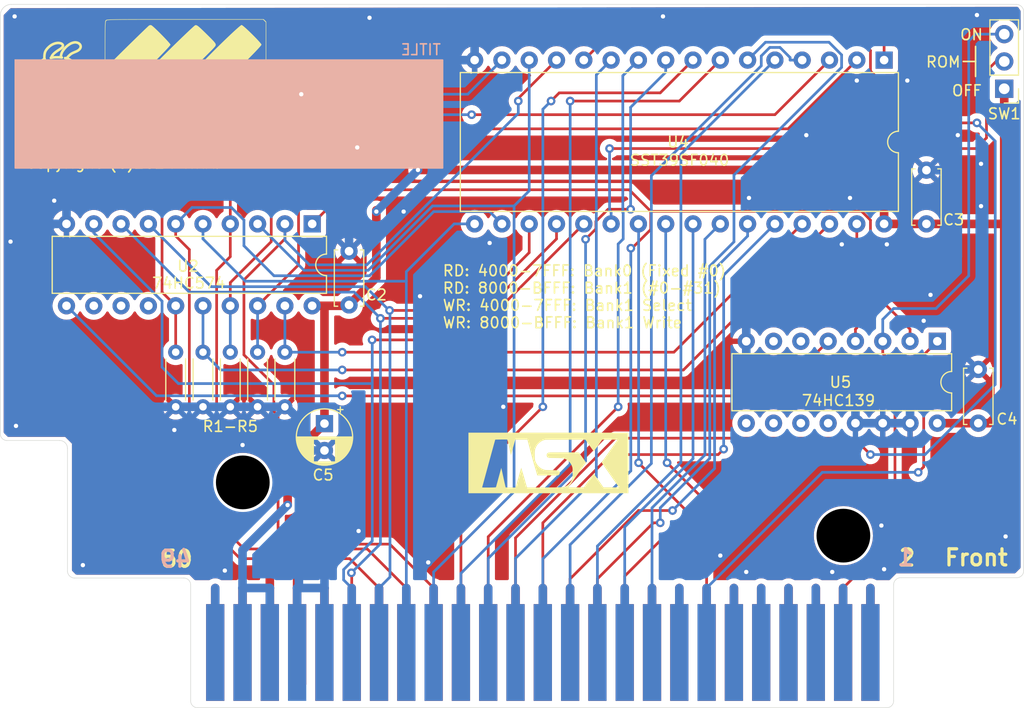
<source format=kicad_pcb>
(kicad_pcb (version 20221018) (generator pcbnew)
  (layers (0 "F.Cu" signal) (31 "B.Cu" signal) (34 "B.Paste" user) (35 "F.Paste" user) (36 "B.SilkS" user "B.Silkscreen") (37 "F.SilkS" user "F.Silkscreen") (38 "B.Mask" user) (39 "F.Mask" user) (44 "Edge.Cuts" user))
  (net 0 "")
  (net 1 "+5V")
  (net 2 "GND")
  (net 6 "Net-(U2-Q0)")
  (net 7 "Net-(U2-Q1)")
  (net 8 "Net-(U2-Q2)")
  (net 9 "Net-(U2-Q3)")
  (net 10 "Net-(U2-Q4)")
  (net 11 "Net-(U4-{slash}CE)")
  (net 12 "{slash}SLTSL")
  (net 23 "{slash}WR")
  (net 24 "{slash}RD")
  (net 26 "A9")
  (net 28 "A11")
  (net 29 "A10")
  (net 30 "A7")
  (net 31 "A6")
  (net 32 "A12")
  (net 33 "A8")
  (net 34 "A14")
  (net 35 "A13")
  (net 36 "A1")
  (net 37 "A0")
  (net 38 "A3")
  (net 39 "A2")
  (net 40 "A5")
  (net 41 "A4")
  (net 42 "D1")
  (net 43 "D0")
  (net 44 "D3")
  (net 45 "D2")
  (net 46 "D5")
  (net 47 "D4")
  (net 48 "D7")
  (net 49 "D6")
  (net 51 "Net-(U1-SW1)")
  (net 55 "Net-(U2-Cp)")
  (net 56 "Net-(U4-{slash}WE)")
  (footprint "Capacitor_THT:C_Disc_D5.0mm_W2.5mm_P5.00mm" (layer "F.Cu") (at 140.932 88.989 90)
    (fp_text reference "C4")
    (fp_text value "C")
  )
  (footprint "Package_DIP:DIP-32_W15.24mm" (layer "F.Cu") (at 132.169 55.207 -90)
    (fp_text reference "U4")
    (fp_text value "SST39SF040")
  )
  (footprint "0-My_Parts:usa_10x7" (layer "F.Cu") (at 55.771089 56.380229)
    (fp_text reference "G***" hide)
    (fp_text value "LOGO" hide)
  )
  (footprint "0-My_Parts:MSX Cartridge_1" (layer "F.Cu") (at 69.96 105.875)
    (fp_text reference "U1" hide)
    (fp_text value "~" hide)
    (fp_line (start -20.02 -54.83) (end -20.025745 -15.9) (stroke (width 0.05)) (layer "Edge.Cuts"))
    (fp_line (start -19.431 -15.275023) (end -14.5 -15.275023) (stroke (width 0.05)) (layer "Edge.Cuts"))
    (fp_line (start -19 -55.85) (end 74.5 -55.85) (stroke (width 0.05)) (layer "Edge.Cuts"))
    (fp_line (start -13.774987 -3.116013) (end -13.774987 -14.546013) (stroke (width 0.05)) (layer "Edge.Cuts"))
    (fp_line (start -2.9464 -2.4774) (end -13.1064 -2.4774) (stroke (width 0.05)) (layer "Edge.Cuts"))
    (fp_line (start -2.3114 8.9526) (end -2.3114 -1.8424) (stroke (width 0.05)) (layer "Edge.Cuts"))
    (fp_line (start 62.4586 9.5876) (end -1.6764 9.5876) (stroke (width 0.05)) (layer "Edge.Cuts"))
    (fp_line (start 63.093601 -1.8424) (end 63.0936 8.9526) (stroke (width 0.05)) (layer "Edge.Cuts"))
    (fp_line (start 74.549135 -2.506431) (end 63.754135 -2.50643) (stroke (width 0.05)) (layer "Edge.Cuts"))
    (fp_line (start 75.2 -55.15) (end 75.19357 -3.15) (stroke (width 0.05)) (layer "Edge.Cuts"))
    (fp_arc (start -20.02 -54.83) (mid -19.721249 -55.551249) (end -19 -55.85) (stroke (width 0.05)) (layer "Edge.Cuts"))
    (fp_arc (start -19.431 -15.275023) (mid -19.853296 -15.468631) (end -20.025745 -15.9) (stroke (width 0.05)) (layer "Edge.Cuts"))
    (fp_arc (start -14.5 -15.275023) (mid -13.985924 -15.061257) (end -13.774988 -14.546013) (stroke (width 0.05)) (layer "Edge.Cuts"))
    (fp_arc (start -13.106431 -2.474189) (mid -13.568046 -2.66246) (end -13.774987 -3.116013) (stroke (width 0.05)) (layer "Edge.Cuts"))
    (fp_arc (start -2.9464 -2.4774) (mid -2.497387 -2.291413) (end -2.3114 -1.8424) (stroke (width 0.05)) (layer "Edge.Cuts"))
    (fp_arc (start -1.6764 9.5876) (mid -2.125413 9.401613) (end -2.3114 8.9526) (stroke (width 0.05)) (layer "Edge.Cuts"))
    (fp_arc (start 63.0936 8.9526) (mid 62.907613 9.401613) (end 62.4586 9.5876) (stroke (width 0.05)) (layer "Edge.Cuts"))
    (fp_arc (start 63.093601 -1.8424) (mid 63.284601 -2.312949) (end 63.754135 -2.50643) (stroke (width 0.05)) (layer "Edge.Cuts"))
    (fp_arc (start 74.5 -55.85) (mid 74.994975 -55.644975) (end 75.2 -55.15) (stroke (width 0.05)) (layer "Edge.Cuts"))
    (fp_arc (start 75.19357 -3.15) (mid 75.004767 -2.694622) (end 74.549135 -2.506431) (stroke (width 0.05)) (layer "Edge.Cuts"))
  )
  (footprint "Capacitor_THT:C_Disc_D5.0mm_W2.5mm_P5.00mm" (layer "F.Cu") (at 82.385 77.987 90)
    (fp_text reference "C2")
    (fp_text value "C")
  )
  (footprint "Package_DIP:DIP-16_W7.62mm" (layer "F.Cu") (at 137.122 81.369 -90)
    (fp_text reference "U5")
    (fp_text value "74HCT139")
  )
  (footprint "Capacitor_THT:CP_Radial_D5.0mm_P2.50mm" (layer "F.Cu") (at 80.099 89.029 -90)
    (fp_text reference "C5")
    (fp_text value "C_Polarized")
  )
  (footprint "Resistor_THT:R_Axial_DIN0204_L3.6mm_D1.6mm_P5.08mm_Horizontal" (layer "F.Cu") (at 76.416 87.465 90)
    (fp_text reference "R1" hide)
    (fp_text value "R")
  )
  (footprint "Resistor_THT:R_Axial_DIN0204_L3.6mm_D1.6mm_P5.08mm_Horizontal" (layer "F.Cu") (at 68.796 87.465 90)
    (fp_text reference "R4" hide)
    (fp_text value "R")
  )
  (footprint "Resistor_THT:R_Axial_DIN0204_L3.6mm_D1.6mm_P5.08mm_Horizontal" (layer "F.Cu") (at 71.336 87.465 90)
    (fp_text reference "R3" hide)
    (fp_text value "R")
  )
  (footprint "0-My_Parts:megarom_nega" (layer "F.Cu") (at 67.145 55.461)
    (fp_text reference "G***" hide)
    (fp_text value "LOGO" hide)
  )
  (footprint "Resistor_THT:R_Axial_DIN0204_L3.6mm_D1.6mm_P5.08mm_Horizontal" (layer "F.Cu") (at 73.876 87.465 90)
    (fp_text reference "R2" hide)
    (fp_text value "R")
  )
  (footprint "Capacitor_THT:C_Disc_D5.0mm_W2.5mm_P5.00mm" (layer "F.Cu") (at 136.106 70.447 90)
    (fp_text reference "C3")
    (fp_text value "C")
  )
  (footprint "Resistor_THT:R_Axial_DIN0204_L3.6mm_D1.6mm_P5.08mm_Horizontal" (layer "F.Cu") (at 66.256 87.465 90)
    (fp_text reference "R5" hide)
    (fp_text value "R")
  )
  (footprint "0-My_Parts:msx_logo_15x5p8" (layer "F.Cu") (at 100.927 92.672)
    (fp_text reference "G***" hide)
    (fp_text value "LOGO" hide)
  )
  (footprint "Connector_PinHeader_2.54mm:PinHeader_1x03_P2.54mm_Vertical" (layer "F.Cu") (at 143.345 57.874 180)
    (fp_text reference "SW1")
    (fp_text value "~")
  )
  (footprint "Package_DIP:DIP-20_W7.62mm" (layer "F.Cu") (at 78.956 70.447 -90)
    (fp_text reference "U2")
    (fp_text value "74HCT574")
  )
  (gr_rect (start 51.3335 55.207) (end 91.0845 65.24) (stroke (width 0.15)) (fill solid) (layer "B.SilkS"))
  (gr_line (start 140.678 55.334) (end 140.678 53.937) (stroke (width 0.15)) (layer "F.SilkS"))
  (gr_line (start 140.678 55.334) (end 139.535 55.334) (stroke (width 0.15)) (layer "F.SilkS"))
  (gr_line (start 140.678 56.731) (end 140.678 55.334) (stroke (width 0.15)) (layer "F.SilkS"))
  (gr_text "TITLE" (at 91.021 54.826) (layer "B.SilkS") (effects (font (size 1 1)) (justify left bottom mirror)))
  (gr_text "OFF" (at 138.392 58.636) (layer "F.SilkS") (effects (font (size 1 1)) (justify left bottom)))
  (gr_text "74HC574" (at 63.97 76.543) (layer "F.SilkS") (effects (font (size 1 1)) (justify left bottom)))
  (gr_text "RD: 4000-7FFF: Bank0 (Fixed #0)\nRD: 8000-BFFF: Bank1 (#0-#31)\nWR: 4000-7FFF: Bank1 Select\nWR: 8000-BFFF: Bank1 Write" (at 91.021 80.226) (layer "F.SilkS") (effects (font (size 1 1)) (justify left bottom)))
  (gr_text "ROM" (at 135.979 55.969) (layer "F.SilkS") (effects (font (size 1 1)) (justify left bottom)))
  (gr_text "R1-R5" (at 68.669 89.878) (layer "F.SilkS") (effects (font (size 1 1)) (justify left bottom)))
  (gr_text "4Mbit Mapper like ASC16" (at 57.747 61.176) (layer "F.SilkS") (effects (font (size 1 1)) (justify left bottom)))
  (gr_text "74HC139" (at 124.422 87.465) (layer "F.SilkS") (effects (font (size 1 1)) (justify left bottom)))
  (gr_text "Copyright (C)2024 HRA!" (at 52.159 65.367) (layer "F.SilkS") (effects (font (size 1 1)) (justify left bottom)))
  (gr_text "ON" (at 139.154 53.429) (layer "F.SilkS") (effects (font (size 1 1)) (justify left bottom)))
  (gr_text "Simple MegaROM Cartridge v1.0" (at 52.159 63.589) (layer "F.SilkS") (effects (font (size 1 1)) (justify left bottom)))
  (gr_text "SST39SF040" (at 108.42 65.113) (layer "F.SilkS") (effects (font (size 1 1)) (justify left bottom)))
  (segment (start 82.385 78.067) (end 79.972 78.067) (width 0.8) (layer "F.Cu") (net 1))
  (segment (start 80.099 78.194) (end 79.972 78.067) (width 0.8) (layer "F.Cu") (net 1))
  (segment (start 132.169 67.653) (end 129.946505 65.430505) (width 0.8) (layer "F.Cu") (net 1))
  (segment (start 132.169 70.447) (end 132.169 67.653) (width 0.8) (layer "F.Cu") (net 1))
  (segment (start 141.948 88.989) (end 143.345 87.592) (width 0.8) (layer "F.Cu") (net 1))
  (segment (start 143.345 87.592) (end 143.345 70.447) (width 0.8) (layer "F.Cu") (net 1))
  (segment (start 140.932 88.989) (end 141.948 88.989) (width 0.8) (layer "F.Cu") (net 1))
  (segment (start 82.385 77.987) (end 84.925 75.447) (width 0.8) (layer "F.Cu") (net 1))
  (segment (start 79.972 78.067) (end 78.956 78.067) (width 0.8) (layer "F.Cu") (net 1))
  (segment (start 76.669992 92.458008) (end 76.669992 96.609008) (width 0.8) (layer "F.Cu") (net 1))
  (segment (start 137.122 88.989) (end 140.932 88.989) (width 0.8) (layer "F.Cu") (net 1))
  (segment (start 143.345 70.447) (end 143.345 57.874) (width 0.8) (layer "F.Cu") (net 1))
  (segment (start 129.946505 65.430505) (end 88.798495 65.430505) (width 0.8) (layer "F.Cu") (net 1))
  (segment (start 80.099 89.029) (end 80.099 78.194) (width 0.8) (layer "F.Cu") (net 1))
  (segment (start 136.106 70.447) (end 132.169 70.447) (width 0.8) (layer "F.Cu") (net 1))
  (segment (start 84.925 75.447) (end 84.925 69.304) (width 0.8) (layer "F.Cu") (net 1))
  (segment (start 84.925 69.304) (end 84.925 69.177) (width 0.8) (layer "F.Cu") (net 1))
  (segment (start 143.345 70.447) (end 136.106 70.447) (width 0.8) (layer "F.Cu") (net 1))
  (segment (start 80.099 89.029) (end 76.669992 92.458008) (width 0.8) (layer "F.Cu") (net 1))
  (via (at 84.925 69.304) (size 0.8) (drill 0.4) (layers "F.Cu" "B.Cu") (net 1))
  (via (at 88.798495 65.430505) (size 0.8) (drill 0.4) (layers "F.Cu" "B.Cu") (net 1))
  (via (at 76.669992 96.609008) (size 0.8) (drill 0.4) (layers "F.Cu" "B.Cu") (net 1))
  (segment (start 72.4746 104.3256) (end 72.4746 100.8044) (width 0.8) (layer "B.Cu") (net 1))
  (segment (start 75.0146 104.326) (end 75.0142 104.326) (width 0.8) (layer "B.Cu") (net 1))
  (segment (start 84.925 69.304) (end 88.798495 65.430505) (width 0.8) (layer "B.Cu") (net 1))
  (segment (start 75.0142 104.326) (end 72.4746 104.326) (width 0.8) (layer "B.Cu") (net 1))
  (segment (start 72.4746 100.8044) (end 76.669992 96.609008) (width 0.8) (layer "B.Cu") (net 1))
  (segment (start 75.0142 104.326) (end 75.0146 104.3256) (width 0.25) (layer "B.Cu") (net 1))
  (segment (start 72.4746 104.326) (end 72.4746 104.3256) (width 0.8) (layer "B.Cu") (net 1))
  (via (at 88.989 77.178) (size 0.8) (drill 0.4) (layers "F.Cu" "B.Cu") (net 2))
  (via (at 119.596 68.034) (size 0.8) (drill 0.4) (layers "F.Cu" "B.Cu") (net 2))
  (via (at 128.232 72.352) (size 0.8) (drill 0.4) (layers "F.Cu" "B.Cu") (net 2))
  (via (at 127.343 102.832) (size 0.8) (drill 0.4) (layers "F.Cu" "B.Cu") (net 2))
  (via (at 70.828 102.705) (size 0.8) (drill 0.4) (layers "F.Cu" "B.Cu") (net 2))
  (via (at 66.129 89.624) (size 0.8) (drill 0.4) (layers "F.Cu" "B.Cu") (net 2))
  (via (at 89.751 101.943) (size 0.8) (drill 0.4) (layers "F.Cu" "B.Cu") (net 2))
  (via (at 135.852 79.464) (size 0.8) (drill 0.4) (layers "F.Cu" "B.Cu") (net 2))
  (via (at 50.889 72.098) (size 0.8) (drill 0.4) (layers "F.Cu" "B.Cu") (net 2))
  (via (at 132.169 102.578) (size 0.8) (drill 0.4) (layers "F.Cu" "B.Cu") (net 2))
  (via (at 131.915 98.514) (size 0.8) (drill 0.4) (layers "F.Cu" "B.Cu") (net 2))
  (via (at 141.186 68.796) (size 0.8) (drill 0.4) (layers "F.Cu" "B.Cu") (net 2))
  (via (at 83.274 99.022) (size 0.8) (drill 0.4) (layers "F.Cu" "B.Cu") (net 2))
  (via (at 84.29 51.27) (size 0.8) (drill 0.4) (layers "F.Cu" "B.Cu") (net 2))
  (via (at 140.805 51.016) (size 0.8) (drill 0.4) (layers "F.Cu" "B.Cu") (net 2))
  (via (at 128.994 68.034) (size 0.8) (drill 0.4) (layers "F.Cu" "B.Cu") (net 2))
  (via (at 141.186 64.859) (size 0.8) (drill 0.4) (layers "F.Cu" "B.Cu") (net 2))
  (via (at 111.595 51.143) (size 0.8) (drill 0.4) (layers "F.Cu" "B.Cu") (net 2))
  (via (at 51.27 51.143) (size 0.8) (drill 0.4) (layers "F.Cu" "B.Cu") (net 2))
  (via (at 57.62 102.197) (size 0.8) (drill 0.4) (layers "F.Cu" "B.Cu") (net 2))
  (via (at 116.929 101.308) (size 0.8) (drill 0.4) (layers "F.Cu" "B.Cu") (net 2))
  (via (at 51.397 89.243) (size 0.8) (drill 0.4) (layers "F.Cu" "B.Cu") (net 2))
  (via (at 54.953 68.288) (size 0.8) (drill 0.4) (layers "F.Cu" "B.Cu") (net 2))
  (via (at 72.479 91.021) (size 0.8) (drill 0.4) (layers "F.Cu" "B.Cu") (net 2))
  (via (at 95.466 72.225) (size 0.8) (drill 0.4) (layers "F.Cu" "B.Cu") (net 2))
  (via (at 134.328 57.112) (size 0.8) (drill 0.4) (layers "F.Cu" "B.Cu") (net 2))
  (via (at 129.629 57.112) (size 0.8) (drill 0.4) (layers "F.Cu" "B.Cu") (net 2))
  (via (at 132.423 72.352) (size 0.8) (drill 0.4) (layers "F.Cu" "B.Cu") (net 2))
  (via (at 143.472 99.53) (size 0.8) (drill 0.4) (layers "F.Cu" "B.Cu") (net 2))
  (via (at 119.342 102.832) (size 0.8) (drill 0.4) (layers "F.Cu" "B.Cu") (net 2))
  (via (at 87.465 69.304) (size 0.8) (drill 0.4) (layers "F.Cu" "B.Cu") (net 2))
  (via (at 136.487 77.051) (size 0.8) (drill 0.4) (layers "F.Cu" "B.Cu") (net 2))
  (via (at 139.027 62.192) (size 0.8) (drill 0.4) (layers "F.Cu" "B.Cu") (net 2))
  (via (at 124.93 62.192) (size 0.8) (drill 0.4) (layers "F.Cu" "B.Cu") (net 2))
  (via (at 96.736 87.465) (size 0.8) (drill 0.4) (layers "F.Cu" "B.Cu") (net 2))
  (segment (start 77.5768 104.3035) (end 77.5767 104.3035) (width 0.25) (layer "B.Cu") (net 2))
  (segment (start 77.720001 102.959) (end 77.720001 91.650001) (width 0.8) (layer "B.Cu") (net 2))
  (segment (start 66.256 87.465) (end 54.191 87.465) (width 0.8) (layer "B.Cu") (net 2))
  (segment (start 132.042 88.989) (end 134.582 88.989) (width 0.8) (layer "B.Cu") (net 2))
  (segment (start 80.0942 104.326) (end 77.5546 104.326) (width 0.8) (layer "B.Cu") (net 2))
  (segment (start 80.0946 104.326) (end 80.0942 104.326) (width 0.8) (layer "B.Cu") (net 2))
  (segment (start 95.974 51.524) (end 111.214 51.524) (width 0.8) (layer "B.Cu") (net 2))
  (segment (start 134.582 88.989) (end 134.582 87.084) (width 0.8) (layer "B.Cu") (net 2))
  (segment (start 77.5546 104.326) (end 77.5768 104.3035) (width 0.8) (layer "B.Cu") (net 2))
  (segment (start 76.543 87.465) (end 73.876 87.465) (width 0.8) (layer "B.Cu") (net 2))
  (segment (start 119.342 83.782) (end 121.247 85.687) (width 0.8) (layer "B.Cu") (net 2))
  (segment (start 119.342 81.369) (end 119.342 83.782) (width 0.8) (layer "B.Cu") (net 2))
  (segment (start 139.027 73.495) (end 136.233 76.289) (width 0.8) (layer "B.Cu") (net 2))
  (segment (start 136.233 76.289) (end 121.882 76.289) (width 0.8) (layer "B.Cu") (net 2))
  (segment (start 56.096 70.447) (end 56.096 63.208) (width 0.8) (layer "B.Cu") (net 2))
  (segment (start 52.413 72.86) (end 54.826 70.447) (width 0.8) (layer "B.Cu") (net 2))
  (segment (start 73.876 87.465) (end 71.336 87.465) (width 0.8) (layer "B.Cu") (net 2))
  (segment (start 80.099 104.3212) (end 80.099 102.959) (width 0.8) (layer "B.Cu") (net 2))
  (segment (start 111.214 51.524) (end 111.595 51.143) (width 0.8) (layer "B.Cu") (net 2))
  (segment (start 121.882 76.289) (end 119.342 78.829) (width 0.8) (layer "B.Cu") (net 2))
  (segment (start 68.796 87.465) (end 66.256 87.465) (width 0.8) (layer "B.Cu") (net 2))
  (segment (start 77.720001 91.650001) (end 77.599 91.529) (width 0.8) (layer "B.Cu") (net 2))
  (segment (start 134.582 87.084) (end 137.677 83.989) (width 0.8) (layer "B.Cu") (net 2))
  (segment (start 139.027 67.011) (end 139.027 73.495) (width 0.8) (layer "B.Cu") (net 2))
  (segment (start 64.097 55.207) (end 94.069 55.207) (width 0.8) (layer "B.Cu") (net 2))
  (segment (start 80.0942 104.326) (end 80.0946 104.3256) (width 0.25) (layer "B.Cu") (net 2))
  (segment (start 139.027 56.096) (end 139.027 62.192) (width 0.8) (layer "B.Cu") (net 2))
  (segment (start 111.976 51.524) (end 134.455 51.524) (width 0.8) (layer "B.Cu") (net 2))
  (segment (start 137.677 83.989) (end 140.932 83.989) (width 0.8) (layer "B.Cu") (net 2))
  (segment (start 56.096 63.208) (end 64.097 55.207) (width 0.8) (layer "B.Cu") (net 2))
  (segment (start 52.413 85.687) (end 52.413 72.86) (width 0.8) (layer "B.Cu") (net 2))
  (segment (start 71.336 87.465) (end 68.796 87.465) (width 0.8) (layer "B.Cu") (net 2))
  (segment (start 94.069 53.429) (end 95.974 51.524) (width 0.8) (layer "B.Cu") (net 2))
  (segment (start 134.455 51.524) (end 139.027 56.096) (width 0.8) (layer "B.Cu") (net 2))
  (segment (start 128.105 85.687) (end 129.502 87.084) (width 0.8) (layer "B.Cu") (net 2))
  (segment (start 94.069 55.207) (end 94.069 53.429) (width 0.8) (layer "B.Cu") (net 2))
  (segment (start 121.247 85.687) (end 128.105 85.687) (width 0.8) (layer "B.Cu") (net 2))
  (segment (start 111.595 51.143) (end 111.976 51.524) (width 0.8) (layer "B.Cu") (net 2))
  (segment (start 54.191 87.465) (end 52.413 85.687) (width 0.8) (layer "B.Cu") (net 2))
  (segment (start 74.765 55.207) (end 74.765 61.684) (width 0.8) (layer "B.Cu") (net 2))
  (segment (start 139.027 65.447) (end 136.106 65.447) (width 0.8) (layer "B.Cu") (net 2))
  (segment (start 80.0942 104.326) (end 80.099 104.3212) (width 0.25) (layer "B.Cu") (net 2))
  (segment (start 82.385 69.304) (end 82.385 73.067) (width 0.8) (layer "B.Cu") (net 2))
  (segment (start 74.765 61.684) (end 82.385 69.304) (width 0.8) (layer "B.Cu") (net 2))
  (segment (start 77.599 91.529) (end 77.599 88.521) (width 0.8) (layer "B.Cu") (net 2))
  (segment (start 80.099 102.959) (end 77.720001 102.959) (width 0.8) (layer "B.Cu") (net 2))
  (segment (start 139.027 62.192) (end 139.027 67.011) (width 0.8) (layer "B.Cu") (net 2))
  (segment (start 77.5768 104.3035) (end 77.720001 104.160299) (width 0.8) (layer "B.Cu") (net 2))
  (segment (start 129.502 88.989) (end 132.042 88.989) (width 0.8) (layer "B.Cu") (net 2))
  (segment (start 77.599 88.521) (end 76.543 87.465) (width 0.8) (layer "B.Cu") (net 2))
  (segment (start 129.502 87.084) (end 129.502 88.989) (width 0.8) (layer "B.Cu") (net 2))
  (segment (start 54.826 70.447) (end 56.096 70.447) (width 0.8) (layer "B.Cu") (net 2))
  (segment (start 77.720001 104.160299) (end 77.720001 102.959) (width 0.8) (layer "B.Cu") (net 2))
  (segment (start 77.5767 104.3035) (end 77.5546 104.3256) (width 0.25) (layer "B.Cu") (net 2))
  (segment (start 77.599 91.529) (end 80.099 91.529) (width 0.8) (layer "B.Cu") (net 2))
  (segment (start 119.342 78.829) (end 119.342 81.369) (width 0.8) (layer "B.Cu") (net 2))
  (segment (start 124.549 70.447) (end 112.611 82.385) (width 0.25) (layer "F.Cu") (net 6))
  (segment (start 112.611 82.385) (end 81.75 82.385) (width 0.25) (layer "F.Cu") (net 6))
  (via (at 81.75 82.385) (size 0.8) (drill 0.4) (layers "F.Cu" "B.Cu") (net 6))
  (segment (start 76.416 78.067) (end 76.416 82.385) (width 0.25) (layer "B.Cu") (net 6))
  (segment (start 76.416 82.385) (end 81.75 82.385) (width 0.25) (layer "B.Cu") (net 6))
  (segment (start 77.686 74.257) (end 77.686 68.796) (width 0.25) (layer "F.Cu") (net 7))
  (segment (start 122.009 60.287) (end 93.7923 60.287) (width 0.25) (layer "F.Cu") (net 7))
  (segment (start 73.876 78.067) (end 77.686 74.257) (width 0.25) (layer "F.Cu") (net 7))
  (segment (start 127.089 55.207) (end 122.009 60.287) (width 0.25) (layer "F.Cu") (net 7))
  (segment (start 77.686 68.796) (end 83.147 63.335) (width 0.25) (layer "F.Cu") (net 7))
  (via (at 93.7923 60.287) (size 0.8) (drill 0.4) (layers "F.Cu" "B.Cu") (net 7))
  (via (at 83.147 63.335) (size 0.8) (drill 0.4) (layers "F.Cu" "B.Cu") (net 7))
  (segment (start 93.7923 60.287) (end 86.195 60.287) (width 0.25) (layer "B.Cu") (net 7))
  (segment (start 86.195 60.287) (end 83.147 63.335) (width 0.25) (layer "B.Cu") (net 7))
  (segment (start 73.876 78.067) (end 73.876 82.385) (width 0.25) (layer "B.Cu") (net 7))
  (segment (start 129.629 55.207) (end 123.2329 61.6031) (width 0.25) (layer "F.Cu") (net 8))
  (segment (start 71.336 75.908) (end 71.336 78.067) (width 0.25) (layer "F.Cu") (net 8))
  (segment (start 80.6879 61.6031) (end 75.146 67.145) (width 0.25) (layer "F.Cu") (net 8))
  (segment (start 123.2329 61.6031) (end 80.6879 61.6031) (width 0.25) (layer "F.Cu") (net 8))
  (segment (start 75.146 72.098) (end 71.336 75.908) (width 0.25) (layer "F.Cu") (net 8))
  (segment (start 75.146 67.145) (end 75.146 72.098) (width 0.25) (layer "F.Cu") (net 8))
  (segment (start 71.336 78.067) (end 71.336 82.385) (width 0.25) (layer "B.Cu") (net 8))
  (segment (start 113.5 84.036) (end 81.75 84.036) (width 0.25) (layer "F.Cu") (net 9))
  (segment (start 127.089 70.447) (end 113.5 84.036) (width 0.25) (layer "F.Cu") (net 9))
  (via (at 81.75 84.036) (size 0.8) (drill 0.4) (layers "F.Cu" "B.Cu") (net 9))
  (segment (start 68.796 78.067) (end 68.796 82.385) (width 0.25) (layer "B.Cu") (net 9))
  (segment (start 70.447 84.036) (end 81.75 84.036) (width 0.25) (layer "B.Cu") (net 9))
  (segment (start 68.796 82.385) (end 70.447 84.036) (width 0.25) (layer "B.Cu") (net 9))
  (segment (start 64.986 76.797) (end 64.986 67.018) (width 0.25) (layer "F.Cu") (net 10))
  (segment (start 130.391 52.032) (end 132.169 53.81) (width 0.25) (layer "F.Cu") (net 10))
  (segment (start 132.169 53.81) (end 132.169 55.207) (width 0.25) (layer "F.Cu") (net 10))
  (segment (start 79.972 52.032) (end 130.391 52.032) (width 0.25) (layer "F.Cu") (net 10))
  (segment (start 66.256 78.067) (end 66.256 82.385) (width 0.25) (layer "F.Cu") (net 10))
  (segment (start 66.256 78.067) (end 64.986 76.797) (width 0.25) (layer "F.Cu") (net 10))
  (segment (start 64.986 67.018) (end 79.972 52.032) (width 0.25) (layer "F.Cu") (net 10))
  (segment (start 141.694 62.446) (end 140.7019 63.4381) (width 0.25) (layer "F.Cu") (net 11))
  (segment (start 143.345 55.334) (end 142.583 55.334) (width 0.25) (layer "F.Cu") (net 11))
  (segment (start 140.7019 63.4381) (end 106.6252 63.4381) (width 0.25) (layer "F.Cu") (net 11))
  (segment (start 142.583 55.334) (end 141.694 56.223) (width 0.25) (layer "F.Cu") (net 11))
  (segment (start 141.694 56.223) (end 141.694 62.446) (width 0.25) (layer "F.Cu") (net 11))
  (via (at 106.6252 63.4381) (size 0.8) (drill 0.4) (layers "F.Cu" "B.Cu") (net 11))
  (segment (start 106.6252 69.1781) (end 106.769 69.3219) (width 0.25) (layer "B.Cu") (net 11))
  (segment (start 106.769 70.447) (end 106.769 69.3219) (width 0.25) (layer "B.Cu") (net 11))
  (segment (start 106.6252 63.4381) (end 106.6252 69.1781) (width 0.25) (layer "B.Cu") (net 11))
  (segment (start 133.1797 83.6318) (end 133.1797 99.5005) (width 0.25) (layer "F.Cu") (net 12))
  (segment (start 132.042 82.4941) (end 133.1797 83.6318) (width 0.25) (layer "F.Cu") (net 12))
  (segment (start 132.042 81.369) (end 132.042 82.4941) (width 0.25) (layer "F.Cu") (net 12))
  (segment (start 133.1797 99.5005) (end 128.3546 104.3256) (width 0.25) (layer "F.Cu") (net 12))
  (segment (start 136.995 78.321) (end 133.058 78.321) (width 0.25) (layer "B.Cu") (net 12))
  (segment (start 133.058 78.321) (end 132.042 79.337) (width 0.25) (layer "B.Cu") (net 12))
  (segment (start 140.043 75.273) (end 136.995 78.321) (width 0.25) (layer "B.Cu") (net 12))
  (segment (start 140.678 52.794) (end 140.043 53.429) (width 0.25) (layer "B.Cu") (net 12))
  (segment (start 132.042 79.337) (end 132.042 81.369) (width 0.25) (layer "B.Cu") (net 12))
  (segment (start 140.043 53.429) (end 140.043 75.273) (width 0.25) (layer "B.Cu") (net 12))
  (segment (start 143.345 52.794) (end 140.678 52.794) (width 0.25) (layer "B.Cu") (net 12))
  (segment (start 135.344 93.561) (end 135.852 93.053) (width 0.25) (layer "F.Cu") (net 23))
  (segment (start 135.852 93.053) (end 135.852 82.639) (width 0.25) (layer "F.Cu") (net 23))
  (segment (start 135.852 82.639) (end 137.122 81.369) (width 0.25) (layer "F.Cu") (net 23))
  (via (at 135.344 93.561) (size 0.8) (drill 0.4) (layers "F.Cu" "B.Cu") (net 23))
  (segment (start 126.4192 93.561) (end 135.344 93.561) (width 0.25) (layer "B.Cu") (net 23))
  (segment (start 126.4192 93.561) (end 115.6546 104.3256) (width 0.25) (layer "B.Cu") (net 23))
  (segment (start 115.6546 96.3506) (end 111.976 92.672) (width 0.25) (layer "F.Cu") (net 24))
  (segment (start 115.6546 104.3256) (end 115.6546 96.3506) (width 0.25) (layer "F.Cu") (net 24))
  (via (at 111.976 92.672) (size 0.8) (drill 0.4) (layers "F.Cu" "B.Cu") (net 24))
  (segment (start 111.849 70.447) (end 111.849 92.545) (width 0.25) (layer "B.Cu") (net 24))
  (segment (start 111.849 92.545) (end 111.976 92.672) (width 0.25) (layer "B.Cu") (net 24))
  (segment (start 110.5746 96.8674) (end 110.5746 104.3256) (width 0.25) (layer "B.Cu") (net 26))
  (segment (start 115.4957 91.9463) (end 110.5746 96.8674) (width 0.25) (layer "B.Cu") (net 26))
  (segment (start 116.929 70.447) (end 115.4957 71.8803) (width 0.25) (layer "B.Cu") (net 26))
  (segment (start 115.4957 71.8803) (end 115.4957 91.9463) (width 0.25) (layer "B.Cu") (net 26))
  (segment (start 114.389 92.291) (end 108.0346 98.6454) (width 0.25) (layer "B.Cu") (net 28))
  (segment (start 114.389 70.447) (end 114.389 92.291) (width 0.25) (layer "B.Cu") (net 28))
  (segment (start 108.0346 98.6454) (end 108.0346 104.3256) (width 0.25) (layer "B.Cu") (net 28))
  (segment (start 113.576501 96.939501) (end 109.3268 92.6898) (width 0.25) (layer "F.Cu") (net 29))
  (segment (start 108.0346 104.3256) (end 108.0346 103.2174) (width 0.25) (layer "F.Cu") (net 29))
  (segment (start 108.0346 103.2174) (end 113.576501 97.675499) (width 0.25) (layer "F.Cu") (net 29))
  (segment (start 113.576501 97.675499) (end 113.576501 96.939501) (width 0.25) (layer "F.Cu") (net 29))
  (segment (start 109.3268 92.6898) (end 109.3268 92.672) (width 0.25) (layer "F.Cu") (net 29))
  (via (at 109.3268 92.672) (size 0.8) (drill 0.4) (layers "F.Cu" "B.Cu") (net 29))
  (segment (start 109.309 70.447) (end 109.3268 70.4648) (width 0.25) (layer "B.Cu") (net 29))
  (segment (start 109.3268 70.4648) (end 109.3268 92.672) (width 0.25) (layer "B.Cu") (net 29))
  (segment (start 113.2637 63.9523) (end 122.009 55.207) (width 0.25) (layer "B.Cu") (net 30))
  (segment (start 113.2637 92.6543) (end 113.2637 63.9523) (width 0.25) (layer "B.Cu") (net 30))
  (segment (start 105.4946 100.4234) (end 113.2637 92.6543) (width 0.25) (layer "B.Cu") (net 30))
  (segment (start 105.4946 104.3256) (end 105.4946 100.4234) (width 0.25) (layer "B.Cu") (net 30))
  (segment (start 105.4946 103.4714) (end 110.706 98.26) (width 0.25) (layer "F.Cu") (net 31))
  (segment (start 105.4946 104.3256) (end 105.4946 103.4714) (width 0.25) (layer "F.Cu") (net 31))
  (segment (start 110.706 98.26) (end 111.341 98.26) (width 0.25) (layer "F.Cu") (net 31))
  (via (at 111.341 98.26) (size 0.8) (drill 0.4) (layers "F.Cu" "B.Cu") (net 31))
  (segment (start 127.038 53.5454) (end 128.2142 54.7216) (width 0.25) (layer "B.Cu") (net 31))
  (segment (start 111.341 96.863) (end 111.341 98.26) (width 0.25) (layer "B.Cu") (net 31))
  (segment (start 128.2142 55.8818) (end 118.199 65.897) (width 0.25) (layer "B.Cu") (net 31))
  (segment (start 121.1306 53.5454) (end 127.038 53.5454) (width 0.25) (layer "B.Cu") (net 31))
  (segment (start 115.9457 74.3719) (end 115.9457 92.2583) (width 0.25) (layer "B.Cu") (net 31))
  (segment (start 118.199 72.1186) (end 115.9457 74.3719) (width 0.25) (layer "B.Cu") (net 31))
  (segment (start 119.469 55.207) (end 121.1306 53.5454) (width 0.25) (layer "B.Cu") (net 31))
  (segment (start 128.2142 54.7216) (end 128.2142 55.8818) (width 0.25) (layer "B.Cu") (net 31))
  (segment (start 115.9457 92.2583) (end 111.341 96.863) (width 0.25) (layer "B.Cu") (net 31))
  (segment (start 118.199 65.897) (end 118.199 72.1186) (width 0.25) (layer "B.Cu") (net 31))
  (segment (start 122.4811 54.0311) (end 123.4239 54.9739) (width 0.25) (layer "B.Cu") (net 32))
  (segment (start 110.5131 65.9629) (end 120.739 55.737) (width 0.25) (layer "B.Cu") (net 32))
  (segment (start 102.9546 104.3256) (end 102.9546 100.2964) (width 0.25) (layer "B.Cu") (net 32))
  (segment (start 123.4239 54.9739) (end 123.4239 55.207) (width 0.25) (layer "B.Cu") (net 32))
  (segment (start 123.4239 55.207) (end 124.549 55.207) (width 0.25) (layer "B.Cu") (net 32))
  (segment (start 121.5312 54.0311) (end 122.4811 54.0311) (width 0.25) (layer "B.Cu") (net 32))
  (segment (start 120.739 54.8233) (end 121.5312 54.0311) (width 0.25) (layer "B.Cu") (net 32))
  (segment (start 102.9546 100.2964) (end 110.5131 92.7379) (width 0.25) (layer "B.Cu") (net 32))
  (segment (start 110.5131 92.7379) (end 110.5131 65.9629) (width 0.25) (layer "B.Cu") (net 32))
  (segment (start 120.739 55.737) (end 120.739 54.8233) (width 0.25) (layer "B.Cu") (net 32))
  (segment (start 102.9546 103.4714) (end 109.309 97.117) (width 0.25) (layer "F.Cu") (net 33))
  (segment (start 109.309 97.117) (end 112.484 97.117) (width 0.25) (layer "F.Cu") (net 33))
  (segment (start 102.9546 104.3256) (end 102.9546 103.4714) (width 0.25) (layer "F.Cu") (net 33))
  (via (at 112.484 97.117) (size 0.8) (drill 0.4) (layers "F.Cu" "B.Cu") (net 33))
  (segment (start 119.469 70.447) (end 119.469 71.57837) (width 0.25) (layer "B.Cu") (net 33))
  (segment (start 119.469 71.57837) (end 116.3957 74.65167) (width 0.25) (layer "B.Cu") (net 33))
  (segment (start 116.3957 93.2053) (end 112.484 97.117) (width 0.25) (layer "B.Cu") (net 33))
  (segment (start 116.3957 74.65167) (end 116.3957 93.2053) (width 0.25) (layer "B.Cu") (net 33))
  (segment (start 110.4554 70.9706) (end 108.7176 72.7084) (width 0.25) (layer "F.Cu") (net 34))
  (segment (start 130.0757 69.275) (end 110.4554 69.275) (width 0.25) (layer "F.Cu") (net 34))
  (segment (start 134.582 80.2439) (end 130.899 76.5609) (width 0.25) (layer "F.Cu") (net 34))
  (segment (start 108.7176 72.7084) (end 108.6017 72.7084) (width 0.25) (layer "F.Cu") (net 34))
  (segment (start 130.899 70.0983) (end 130.0757 69.275) (width 0.25) (layer "F.Cu") (net 34))
  (segment (start 82.131 67.272) (end 78.956 70.447) (width 0.25) (layer "F.Cu") (net 34))
  (segment (start 108.4524 67.272) (end 82.131 67.272) (width 0.25) (layer "F.Cu") (net 34))
  (segment (start 110.4554 69.275) (end 108.4524 67.272) (width 0.25) (layer "F.Cu") (net 34))
  (segment (start 130.899 76.5609) (end 130.899 70.0983) (width 0.25) (layer "F.Cu") (net 34))
  (segment (start 134.582 81.369) (end 134.582 80.2439) (width 0.25) (layer "F.Cu") (net 34))
  (segment (start 110.4554 69.275) (end 110.4554 70.9706) (width 0.25) (layer "F.Cu") (net 34))
  (via (at 108.6017 72.7084) (size 0.8) (drill 0.4) (layers "F.Cu" "B.Cu") (net 34))
  (segment (start 100.4146 101.613384) (end 108.6017 93.426284) (width 0.25) (layer "B.Cu") (net 34))
  (segment (start 100.4146 104.3256) (end 100.4146 101.613384) (width 0.25) (layer "B.Cu") (net 34))
  (segment (start 108.6017 93.426284) (end 108.6017 72.7084) (width 0.25) (layer "B.Cu") (net 34))
  (segment (start 106.769 91.91) (end 116.73299 91.91) (width 0.25) (layer "F.Cu") (net 35))
  (segment (start 100.4146 98.2644) (end 106.769 91.91) (width 0.25) (layer "F.Cu") (net 35))
  (segment (start 116.73299 91.91) (end 117.241 91.40199) (width 0.25) (layer "F.Cu") (net 35))
  (segment (start 100.4146 104.3256) (end 100.4146 98.2644) (width 0.25) (layer "F.Cu") (net 35))
  (via (at 117.241 91.40199) (size 0.8) (drill 0.4) (layers "F.Cu" "B.Cu") (net 35))
  (segment (start 122.009 70.447) (end 117.241001 75.214999) (width 0.25) (layer "B.Cu") (net 35))
  (segment (start 117.241001 75.214999) (end 117.241 91.40199) (width 0.25) (layer "B.Cu") (net 35))
  (segment (start 105.3928 56.5832) (end 106.769 55.207) (width 0.25) (layer "B.Cu") (net 36))
  (segment (start 97.8746 104.3256) (end 97.8746 101.5664) (width 0.25) (layer "B.Cu") (net 36))
  (segment (start 105.3928 94.0482) (end 105.3928 56.5832) (width 0.25) (layer "B.Cu") (net 36))
  (segment (start 97.8746 101.5664) (end 105.3928 94.0482) (width 0.25) (layer "B.Cu") (net 36))
  (segment (start 107.15 90.386) (end 129.375 90.386) (width 0.25) (layer "F.Cu") (net 37))
  (segment (start 130.899 54.318) (end 130.899 56.223) (width 0.25) (layer "F.Cu") (net 37))
  (segment (start 106.769 52.667) (end 129.248 52.667) (width 0.25) (layer "F.Cu") (net 37))
  (segment (start 129.375 90.386) (end 130.899 91.91) (width 0.25) (layer "F.Cu") (net 37))
  (segment (start 97.8746 104.3256) (end 97.8746 99.6614) (width 0.25) (layer "F.Cu") (net 37))
  (segment (start 135.725 61.049) (end 140.805 61.049) (width 0.25) (layer "F.Cu") (net 37))
  (segment (start 129.248 52.667) (end 130.899 54.318) (width 0.25) (layer "F.Cu") (net 37))
  (segment (start 130.899 56.223) (end 135.725 61.049) (width 0.25) (layer "F.Cu") (net 37))
  (segment (start 104.229 55.207) (end 106.769 52.667) (width 0.25) (layer "F.Cu") (net 37))
  (segment (start 97.8746 99.6614) (end 107.15 90.386) (width 0.25) (layer "F.Cu") (net 37))
  (via (at 140.805 61.049) (size 0.8) (drill 0.4) (layers "F.Cu" "B.Cu") (net 37))
  (via (at 130.899 91.91) (size 0.8) (drill 0.4) (layers "F.Cu" "B.Cu") (net 37))
  (segment (start 130.899 91.91) (end 135.979 91.91) (width 0.25) (layer "B.Cu") (net 37))
  (segment (start 142.507 62.751) (end 140.805 61.049) (width 0.25) (layer "B.Cu") (net 37))
  (segment (start 142.507 85.382) (end 142.507 62.751) (width 0.25) (layer "B.Cu") (net 37))
  (segment (start 135.979 91.91) (end 142.507 85.382) (width 0.25) (layer "B.Cu") (net 37))
  (segment (start 106.4861 69.085) (end 108.5826 69.085) (width 0.25) (layer "F.Cu") (net 38))
  (segment (start 105.3542 70.2169) (end 106.4861 69.085) (width 0.25) (layer "F.Cu") (net 38))
  (segment (start 104.3921 71.8753) (end 105.3542 70.9132) (width 0.25) (layer "F.Cu") (net 38))
  (segment (start 105.3542 70.9132) (end 105.3542 70.2169) (width 0.25) (layer "F.Cu") (net 38))
  (via (at 104.3921 71.8753) (size 0.8) (drill 0.4) (layers "F.Cu" "B.Cu") (net 38))
  (via (at 108.5826 69.085) (size 0.8) (drill 0.4) (layers "F.Cu" "B.Cu") (net 38))
  (segment (start 108.5826 69.085) (end 108.5826 59.5985) (width 0.25) (layer "B.Cu") (net 38))
  (segment (start 95.3346 101.5664) (end 95.3346 104.3256) (width 0.25) (layer "B.Cu") (net 38))
  (segment (start 104.3921 92.5089) (end 95.3346 101.5664) (width 0.25) (layer "B.Cu") (net 38))
  (segment (start 104.3921 71.8753) (end 104.3921 92.5089) (width 0.25) (layer "B.Cu") (net 38))
  (segment (start 108.5826 59.5985) (end 111.849 56.3321) (width 0.25) (layer "B.Cu") (net 38))
  (segment (start 111.849 55.207) (end 111.849 56.3321) (width 0.25) (layer "B.Cu") (net 38))
  (segment (start 95.3346 104.3256) (end 95.3346 99.5568) (width 0.25) (layer "F.Cu") (net 39))
  (segment (start 95.3346 99.5568) (end 107.4264 87.465) (width 0.25) (layer "F.Cu") (net 39))
  (via (at 107.4264 87.465) (size 0.8) (drill 0.4) (layers "F.Cu" "B.Cu") (net 39))
  (segment (start 107.8575 69.3853) (end 107.8942 69.422) (width 0.25) (layer "B.Cu") (net 39))
  (segment (start 109.309 55.207) (end 107.8575 56.6585) (width 0.25) (layer "B.Cu") (net 39))
  (segment (start 107.8575 56.6585) (end 107.8575 69.3853) (width 0.25) (layer "B.Cu") (net 39))
  (segment (start 107.8942 69.422) (end 107.8942 71.8509) (width 0.25) (layer "B.Cu") (net 39))
  (segment (start 107.4264 72.3187) (end 107.4264 87.465) (width 0.25) (layer "B.Cu") (net 39))
  (segment (start 107.8942 71.8509) (end 107.4264 72.3187) (width 0.25) (layer "B.Cu") (net 39))
  (segment (start 102.959 59.017) (end 113.119 59.017) (width 0.25) (layer "F.Cu") (net 40))
  (segment (start 113.119 59.017) (end 116.929 55.207) (width 0.25) (layer "F.Cu") (net 40))
  (via (at 102.959 59.017) (size 0.8) (drill 0.4) (layers "F.Cu" "B.Cu") (net 40))
  (segment (start 102.959 92.799) (end 102.959 59.017) (width 0.25) (layer "B.Cu") (net 40))
  (segment (start 92.7946 102.9634) (end 102.959 92.799) (width 0.25) (layer "B.Cu") (net 40))
  (segment (start 92.7946 104.3256) (end 92.7946 102.9634) (width 0.25) (layer "B.Cu") (net 40))
  (segment (start 92.7946 95.089398) (end 100.419 87.464998) (width 0.25) (layer "F.Cu") (net 41))
  (segment (start 111.341 58.255) (end 101.943 58.255) (width 0.25) (layer "F.Cu") (net 41))
  (segment (start 114.389 55.207) (end 111.341 58.255) (width 0.25) (layer "F.Cu") (net 41))
  (segment (start 101.943 58.255) (end 101.181 59.017) (width 0.25) (layer "F.Cu") (net 41))
  (segment (start 92.7946 104.3256) (end 92.7946 95.089398) (width 0.25) (layer "F.Cu") (net 41))
  (via (at 101.181 59.017) (size 0.8) (drill 0.4) (layers "F.Cu" "B.Cu") (net 41))
  (via (at 100.419 87.464998) (size 0.8) (drill 0.4) (layers "F.Cu" "B.Cu") (net 41))
  (segment (start 101.181 59.017) (end 100.419 59.779) (width 0.25) (layer "B.Cu") (net 41))
  (segment (start 100.419 59.779) (end 100.419 87.464998) (width 0.25) (layer "B.Cu") (net 41))
  (segment (start 97.7394 68.7796) (end 99.149 67.37) (width 0.25) (layer "B.Cu") (net 42))
  (segment (start 84.164812 74.765) (end 90.150212 68.7796) (width 0.25) (layer "B.Cu") (net 42))
  (segment (start 97.7394 95.3516) (end 97.7394 68.7796) (width 0.25) (layer "B.Cu") (net 42))
  (segment (start 90.2546 102.8364) (end 97.7394 95.3516) (width 0.25) (layer "B.Cu") (net 42))
  (segment (start 73.876 70.447) (end 78.194 74.765) (width 0.25) (layer "B.Cu") (net 42))
  (segment (start 90.2546 104.3256) (end 90.2546 102.8364) (width 0.25) (layer "B.Cu") (net 42))
  (segment (start 99.149 67.37) (end 99.149 55.207) (width 0.25) (layer "B.Cu") (net 42))
  (segment (start 78.194 74.765) (end 84.164812 74.765) (width 0.25) (layer "B.Cu") (net 42))
  (segment (start 90.150212 68.7796) (end 97.7394 68.7796) (width 0.25) (layer "B.Cu") (net 42))
  (segment (start 75.391 87.889569) (end 75.391 85.4147) (width 0.25) (layer "F.Cu") (net 43))
  (segment (start 98.133 58.763) (end 98.133 59.017) (width 0.25) (layer "F.Cu") (net 43))
  (segment (start 90.2546 104.3256) (end 86.1722 100.2432) (width 0.25) (layer "F.Cu") (net 43))
  (segment (start 75.391 85.4147) (end 72.606 82.6297) (width 0.25) (layer "F.Cu") (net 43))
  (segment (start 72.606 75.654) (end 76.416 71.844) (width 0.25) (layer "F.Cu") (net 43))
  (segment (start 86.1722 100.2432) (end 75.781 100.2432) (width 0.25) (layer "F.Cu") (net 43))
  (segment (start 75.781 100.2432) (end 75.781 88.279569) (width 0.25) (layer "F.Cu") (net 43))
  (segment (start 76.416 71.844) (end 76.416 70.447) (width 0.25) (layer "F.Cu") (net 43))
  (segment (start 101.689 55.207) (end 98.133 58.763) (width 0.25) (layer "F.Cu") (net 43))
  (segment (start 75.781 88.279569) (end 75.391 87.889569) (width 0.25) (layer "F.Cu") (net 43))
  (segment (start 72.606 82.6297) (end 72.606 75.654) (width 0.25) (layer "F.Cu") (net 43))
  (via (at 98.133 59.017) (size 0.8) (drill 0.4) (layers "F.Cu" "B.Cu") (net 43))
  (segment (start 78.702 74.257) (end 84.036416 74.257) (width 0.25) (layer "B.Cu") (net 43))
  (segment (start 76.416 70.447) (end 76.416 71.971) (width 0.25) (layer "B.Cu") (net 43))
  (segment (start 76.416 71.971) (end 78.702 74.257) (width 0.25) (layer "B.Cu") (net 43))
  (segment (start 98.133 60.160416) (end 98.133 59.017) (width 0.25) (layer "B.Cu") (net 43))
  (segment (start 84.036416 74.257) (end 98.133 60.160416) (width 0.25) (layer "B.Cu") (net 43))
  (segment (start 72.733 75.781) (end 87.7146 75.781) (width 0.25) (layer "B.Cu") (net 44))
  (segment (start 87.7146 74.8964) (end 87.7146 75.781) (width 0.25) (layer "B.Cu") (net 44))
  (segment (start 94.069 70.447) (end 92.164 70.447) (width 0.25) (layer "B.Cu") (net 44))
  (segment (start 68.796 71.844) (end 72.733 75.781) (width 0.25) (layer "B.Cu") (net 44))
  (segment (start 92.164 70.447) (end 87.7146 74.8964) (width 0.25) (layer "B.Cu") (net 44))
  (segment (start 87.7146 75.781) (end 87.7146 104.3256) (width 0.25) (layer "B.Cu") (net 44))
  (segment (start 68.796 70.447) (end 68.796 71.844) (width 0.25) (layer "B.Cu") (net 44))
  (segment (start 69.177 90.767) (end 69.177 97.244) (width 0.25) (layer "F.Cu") (net 45))
  (segment (start 84.0824 100.6934) (end 87.7146 104.3256) (width 0.25) (layer "F.Cu") (net 45))
  (segment (start 71.336 70.447) (end 71.336 64.986) (width 0.25) (layer "F.Cu") (net 45))
  (segment (start 69.177 97.244) (end 72.6264 100.6934) (width 0.25) (layer "F.Cu") (net 45))
  (segment (start 72.6264 100.6934) (end 84.0824 100.6934) (width 0.25) (layer "F.Cu") (net 45))
  (segment (start 71.336 73.495) (end 70.066 74.765) (width 0.25) (layer "F.Cu") (net 45))
  (segment (start 70.066 74.765) (end 70.066 89.878) (width 0.25) (layer "F.Cu") (net 45))
  (segment (start 71.336 64.986) (end 77.94 58.382) (width 0.25) (layer "F.Cu") (net 45))
  (segment (start 70.066 89.878) (end 69.177 90.767) (width 0.25) (layer "F.Cu") (net 45))
  (segment (start 71.336 70.447) (end 71.336 73.495) (width 0.25) (layer "F.Cu") (net 45))
  (via (at 77.94 58.382) (size 0.8) (drill 0.4) (layers "F.Cu" "B.Cu") (net 45))
  (segment (start 93.434 58.382) (end 77.94 58.382) (width 0.25) (layer "B.Cu") (net 45))
  (segment (start 96.609 55.207) (end 93.434 58.382) (width 0.25) (layer "B.Cu") (net 45))
  (segment (start 99.149 73.114) (end 93.7641 78.4989) (width 0.25) (layer "F.Cu") (net 46))
  (segment (start 93.7641 78.4989) (end 86.1562 78.4989) (width 0.25) (layer "F.Cu") (net 46))
  (segment (start 99.149 70.447) (end 99.149 73.114) (width 0.25) (layer "F.Cu") (net 46))
  (via (at 86.1562 78.4989) (size 0.8) (drill 0.4) (layers "F.Cu" "B.Cu") (net 46))
  (segment (start 85.1746 104.3256) (end 86.195 103.3052) (width 0.25) (layer "B.Cu") (net 46))
  (segment (start 86.195 78.5377) (end 86.1562 78.4989) (width 0.25) (layer "B.Cu") (net 46))
  (segment (start 63.716 70.447) (end 69.558 76.289) (width 0.25) (layer "B.Cu") (net 46))
  (segment (start 69.558 76.289) (end 83.909 76.289) (width 0.25) (layer "B.Cu") (net 46))
  (segment (start 86.1189 78.4989) (end 86.1562 78.4989) (width 0.25) (layer "B.Cu") (net 46))
  (segment (start 86.195 103.3052) (end 86.195 78.5377) (width 0.25) (layer "B.Cu") (net 46))
  (segment (start 83.909 76.289) (end 86.1189 78.4989) (width 0.25) (layer "B.Cu") (net 46))
  (segment (start 72.2566 101.5936) (end 82.4426 101.5936) (width 0.25) (layer "F.Cu") (net 47))
  (segment (start 67.526 96.863) (end 72.2566 101.5936) (width 0.25) (layer "F.Cu") (net 47))
  (segment (start 67.526 72.8421) (end 67.526 96.863) (width 0.25) (layer "F.Cu") (net 47))
  (segment (start 82.4426 101.5936) (end 85.1746 104.3256) (width 0.25) (layer "F.Cu") (net 47))
  (segment (start 66.256 71.5721) (end 67.526 72.8421) (width 0.25) (layer "F.Cu") (net 47))
  (segment (start 66.256 70.447) (end 66.256 71.5721) (width 0.25) (layer "F.Cu") (net 47))
  (segment (start 72.606 70.0892) (end 72.606 72.479) (width 0.25) (layer "B.Cu") (net 47))
  (segment (start 84.293208 75.273) (end 90.260308 69.3059) (width 0.25) (layer "B.Cu") (net 47))
  (segment (start 72.606 72.479) (end 75.4 75.273) (width 0.25) (layer "B.Cu") (net 47))
  (segment (start 90.260308 69.3059) (end 95.4679 69.3059) (width 0.25) (layer "B.Cu") (net 47))
  (segment (start 71.4398 68.923) (end 72.606 70.0892) (width 0.25) (layer "B.Cu") (net 47))
  (segment (start 95.4679 69.3059) (end 96.609 70.447) (width 0.25) (layer "B.Cu") (net 47))
  (segment (start 66.256 70.447) (end 67.78 68.923) (width 0.25) (layer "B.Cu") (net 47))
  (segment (start 67.78 68.923) (end 71.4398 68.923) (width 0.25) (layer "B.Cu") (net 47))
  (segment (start 75.4 75.273) (end 84.293208 75.273) (width 0.25) (layer "B.Cu") (net 47))
  (segment (start 104.229 70.447) (end 93.434 81.242) (width 0.25) (layer "F.Cu") (net 48))
  (segment (start 93.434 81.242) (end 84.531 81.242) (width 0.25) (layer "F.Cu") (net 48))
  (via (at 84.531 81.242) (size 0.8) (drill 0.4) (layers "F.Cu" "B.Cu") (net 48))
  (segment (start 64.986 77.6408) (end 64.986 83.782) (width 0.25) (layer "B.Cu") (net 48))
  (segment (start 84.544 85.306) (end 84.544 99.9484) (width 0.25) (layer "B.Cu") (net 48))
  (segment (start 82.6346 104.3256) (end 81.8814 103.5724) (width 0.25) (layer "B.Cu") (net 48))
  (segment (start 84.531 81.242) (end 84.544 81.255) (width 0.25) (layer "B.Cu") (net 48))
  (segment (start 81.8814 102.611) (end 84.544 99.9484) (width 0.25) (layer "B.Cu") (net 48))
  (segment (start 84.544 81.255) (end 84.544 85.306) (width 0.25) (layer "B.Cu") (net 48))
  (segment (start 66.51 85.306) (end 84.544 85.306) (width 0.25) (layer "B.Cu") (net 48))
  (segment (start 64.986 83.782) (end 66.51 85.306) (width 0.25) (layer "B.Cu") (net 48))
  (segment (start 81.8814 103.5724) (end 81.8814 102.611) (width 0.25) (layer "B.Cu") (net 48))
  (segment (start 58.636 70.447) (end 58.636 71.2908) (width 0.25) (layer "B.Cu") (net 48))
  (segment (start 58.636 71.2908) (end 64.986 77.6408) (width 0.25) (layer "B.Cu") (net 48))
  (segment (start 101.689 71.844) (end 94.2984 79.2346) (width 0.25) (layer "F.Cu") (net 49))
  (segment (start 82.6346 102.9394) (end 82.6346 104.3256) (width 0.25) (layer "F.Cu") (net 49))
  (segment (start 94.2984 79.2346) (end 85.306002 79.2346) (width 0.25) (layer "F.Cu") (net 49))
  (segment (start 82.6065 102.9113) (end 82.6346 102.9394) (width 0.25) (layer "F.Cu") (net 49))
  (segment (start 101.689 70.447) (end 101.689 71.844) (width 0.25) (layer "F.Cu") (net 49))
  (via (at 85.306002 79.2346) (size 0.8) (drill 0.4) (layers "F.Cu" "B.Cu") (net 49))
  (via (at 82.6065 102.9113) (size 0.8) (drill 0.4) (layers "F.Cu" "B.Cu") (net 49))
  (segment (start 61.176 70.447) (end 67.526 76.797) (width 0.25) (layer "B.Cu") (net 49))
  (segment (start 82.868402 76.797) (end 85.306002 79.2346) (width 0.25) (layer "B.Cu") (net 49))
  (segment (start 85.306 100.2118) (end 85.306 79.234602) (width 0.25) (layer "B.Cu") (net 49))
  (segment (start 85.306 79.234602) (end 85.306002 79.2346) (width 0.25) (layer "B.Cu") (net 49))
  (segment (start 67.526 76.797) (end 82.868402 76.797) (width 0.25) (layer "B.Cu") (net 49))
  (segment (start 82.6065 102.9113) (end 85.306 100.2118) (width 0.25) (layer "B.Cu") (net 49))
  (segment (start 75.781 102.451) (end 76.797 102.451) (width 0.8) (layer "F.Cu") (net 51))
  (segment (start 77.5546 103.209) (end 77.5546 104.3256) (width 0.8) (layer "F.Cu") (net 51))
  (segment (start 75.0146 104.3256) (end 75.0146 103.217) (width 0.8) (layer "F.Cu") (net 51))
  (segment (start 76.797 102.451) (end 77.5546 103.209) (width 0.8) (layer "F.Cu") (net 51))
  (segment (start 75.0146 103.217) (end 75.781 102.451) (width 0.8) (layer "F.Cu") (net 51))
  (segment (start 121.8794 86.4516) (end 81.75 86.4516) (width 0.25) (layer "F.Cu") (net 55))
  (segment (start 126.962 81.369) (end 121.8794 86.4516) (width 0.25) (layer "F.Cu") (net 55))
  (via (at 81.75 86.4516) (size 0.8) (drill 0.4) (layers "F.Cu" "B.Cu") (net 55))
  (segment (start 56.096 78.067) (end 64.469 86.44) (width 0.25) (layer "B.Cu") (net 55))
  (segment (start 81.7384 86.44) (end 81.75 86.4516) (width 0.25) (layer "B.Cu") (net 55))
  (segment (start 64.469 86.44) (end 81.7384 86.44) (width 0.25) (layer "B.Cu") (net 55))
  (segment (start 129.502 80.2439) (end 129.629 80.1169) (width 0.25) (layer "F.Cu") (net 56))
  (segment (start 129.629 80.1169) (end 129.629 70.447) (width 0.25) (layer "F.Cu") (net 56))
  (segment (start 129.502 81.369) (end 129.502 80.2439) (width 0.25) (layer "F.Cu") (net 56))
  (zone (net 2) (net_name "GND") (layers "F&B.Cu") (connect_pads (clearance 0.5)) (min_thickness 0.25) (fill yes (thermal_gap 0.5) (thermal_bridge_width 0.5))
    (polygon (pts (xy 144.615 50.254) (xy 50.889 50.381) (xy 50.254 51.016) (xy 50.254 89.878) (xy 50.635 90.259) (xy 55.969 90.259) (xy 56.604 90.894) (xy 56.604 102.705) (xy 56.985 103.086) (xy 67.526 103.086) (xy 68.034 103.594) (xy 132.677 103.594) (xy 133.312 102.959) (xy 144.361 102.959) (xy 144.869 102.451) (xy 144.869 50.635)))
  )
)
</source>
